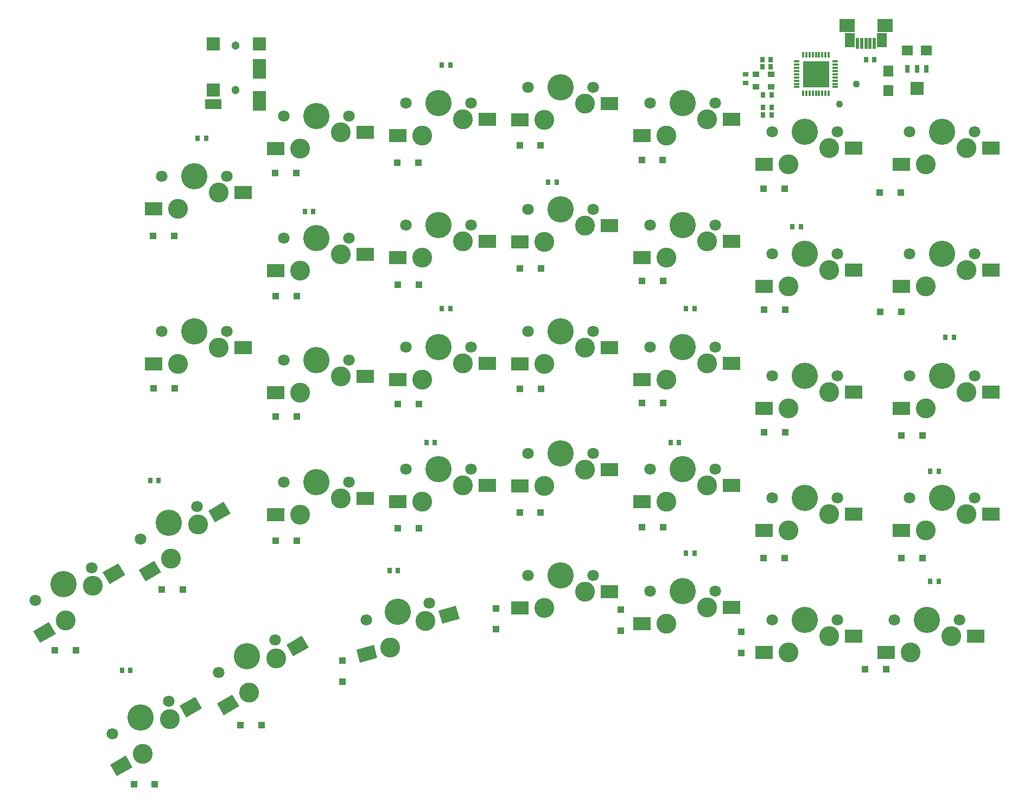
<source format=gbr>
G04 EAGLE Gerber RS-274X export*
G75*
%MOMM*%
%FSLAX34Y34*%
%LPD*%
%AMOC8*
5,1,8,0,0,1.08239X$1,22.5*%
G01*
%ADD10C,4.102000*%
%ADD11C,1.801600*%
%ADD12C,3.101600*%
%ADD13R,2.801600X2.101600*%
%ADD14R,1.117600X1.117600*%
%ADD15R,0.851600X0.401600*%
%ADD16R,0.401600X0.851600*%
%ADD17R,4.101600X4.101600*%
%ADD18R,0.551600X1.801600*%
%ADD19R,1.576600X2.201600*%
%ADD20R,2.476600X2.001600*%
%ADD21R,0.681600X1.301600*%
%ADD22R,2.101600X2.101600*%
%ADD23R,0.660400X0.863600*%
%ADD24R,1.501600X1.701600*%
%ADD25R,1.117600X0.863600*%
%ADD26R,0.863600X0.660400*%
%ADD27R,2.101600X3.101600*%
%ADD28R,2.601600X1.601600*%
%ADD29C,1.301600*%
%ADD30R,1.701600X1.501600*%
%ADD31C,1.101600*%


D10*
X-71438Y1016000D03*
D11*
X-122238Y1016000D03*
X-20638Y1016000D03*
D12*
X-33338Y990600D03*
X-96838Y965200D03*
D13*
X4813Y990600D03*
X-134988Y965200D03*
D10*
X-666750Y1085438D03*
D11*
X-717550Y1085438D03*
X-615950Y1085438D03*
D12*
X-628650Y1060038D03*
X-692150Y1034638D03*
D13*
X-590500Y1060038D03*
X-730300Y1034638D03*
D10*
X-476250Y1060625D03*
D11*
X-527050Y1060625D03*
X-425450Y1060625D03*
D12*
X-438150Y1035225D03*
X-501650Y1009825D03*
D13*
X-400000Y1035225D03*
X-539800Y1009825D03*
D10*
X-857250Y1060625D03*
D11*
X-908050Y1060625D03*
X-806450Y1060625D03*
D12*
X-819150Y1035225D03*
X-882650Y1009825D03*
D13*
X-781000Y1035225D03*
X-920800Y1009825D03*
D10*
X-1047750Y1040813D03*
D11*
X-1098550Y1040813D03*
X-996950Y1040813D03*
D12*
X-1009650Y1015413D03*
X-1073150Y990013D03*
D13*
X-971500Y1015413D03*
X-1111300Y990013D03*
D10*
X-285750Y1016000D03*
D11*
X-336550Y1016000D03*
X-234950Y1016000D03*
D12*
X-247650Y990600D03*
X-311150Y965200D03*
D13*
X-209500Y990600D03*
X-349300Y965200D03*
D10*
X-1238250Y946563D03*
D11*
X-1289050Y946563D03*
X-1187450Y946563D03*
D12*
X-1200150Y921163D03*
X-1263650Y895763D03*
D13*
X-1162000Y921163D03*
X-1301800Y895763D03*
D10*
X-71438Y825500D03*
D11*
X-122238Y825500D03*
X-20638Y825500D03*
D12*
X-33338Y800100D03*
X-96838Y774700D03*
D13*
X4813Y800100D03*
X-134988Y774700D03*
D10*
X-285750Y825500D03*
D11*
X-336550Y825500D03*
X-234950Y825500D03*
D12*
X-247650Y800100D03*
X-311150Y774700D03*
D13*
X-209500Y800100D03*
X-349300Y774700D03*
D10*
X-476250Y870125D03*
D11*
X-527050Y870125D03*
X-425450Y870125D03*
D12*
X-438150Y844725D03*
X-501650Y819325D03*
D13*
X-400000Y844725D03*
X-539800Y819325D03*
D10*
X-666750Y894938D03*
D11*
X-717550Y894938D03*
X-615950Y894938D03*
D12*
X-628650Y869538D03*
X-692150Y844138D03*
D13*
X-590500Y869538D03*
X-730300Y844138D03*
D10*
X-857250Y870125D03*
D11*
X-908050Y870125D03*
X-806450Y870125D03*
D12*
X-819150Y844725D03*
X-882650Y819325D03*
D13*
X-781000Y844725D03*
X-920800Y819325D03*
D10*
X-1047750Y850313D03*
D11*
X-1098550Y850313D03*
X-996950Y850313D03*
D12*
X-1009650Y824913D03*
X-1073150Y799513D03*
D13*
X-971500Y824913D03*
X-1111300Y799513D03*
D10*
X-1238250Y704533D03*
D11*
X-1289050Y704533D03*
X-1187450Y704533D03*
D12*
X-1200150Y679133D03*
X-1263650Y653733D03*
D13*
X-1162000Y679133D03*
X-1301800Y653733D03*
D10*
X-71438Y635000D03*
D11*
X-122238Y635000D03*
X-20638Y635000D03*
D12*
X-33338Y609600D03*
X-96838Y584200D03*
D13*
X4813Y609600D03*
X-134988Y584200D03*
D10*
X-285750Y635000D03*
D11*
X-336550Y635000D03*
X-234950Y635000D03*
D12*
X-247650Y609600D03*
X-311150Y584200D03*
D13*
X-209500Y609600D03*
X-349300Y584200D03*
D10*
X-476250Y679625D03*
D11*
X-527050Y679625D03*
X-425450Y679625D03*
D12*
X-438150Y654225D03*
X-501650Y628825D03*
D13*
X-400000Y654225D03*
X-539800Y628825D03*
D10*
X-666750Y704438D03*
D11*
X-717550Y704438D03*
X-615950Y704438D03*
D12*
X-628650Y679038D03*
X-692150Y653638D03*
D13*
X-590500Y679038D03*
X-730300Y653638D03*
D10*
X-857250Y679625D03*
D11*
X-908050Y679625D03*
X-806450Y679625D03*
D12*
X-819150Y654225D03*
X-882650Y628825D03*
D13*
X-781000Y654225D03*
X-920800Y628825D03*
D10*
X-1047750Y659813D03*
D11*
X-1098550Y659813D03*
X-996950Y659813D03*
D12*
X-1009650Y634413D03*
X-1073150Y609013D03*
D13*
X-971500Y634413D03*
X-1111300Y609013D03*
D10*
X-71438Y444500D03*
D11*
X-122238Y444500D03*
X-20638Y444500D03*
D12*
X-33338Y419100D03*
X-96838Y393700D03*
D13*
X4813Y419100D03*
X-134988Y393700D03*
D10*
X-285750Y444500D03*
D11*
X-336550Y444500D03*
X-234950Y444500D03*
D12*
X-247650Y419100D03*
X-311150Y393700D03*
D13*
X-209500Y419100D03*
X-349300Y393700D03*
D10*
X-476250Y489125D03*
D11*
X-527050Y489125D03*
X-425450Y489125D03*
D12*
X-438150Y463725D03*
X-501650Y438325D03*
D13*
X-400000Y463725D03*
X-539800Y438325D03*
D10*
X-666750Y513938D03*
D11*
X-717550Y513938D03*
X-615950Y513938D03*
D12*
X-628650Y488538D03*
X-692150Y463138D03*
D13*
X-590500Y488538D03*
X-730300Y463138D03*
D10*
X-857250Y489125D03*
D11*
X-908050Y489125D03*
X-806450Y489125D03*
D12*
X-819150Y463725D03*
X-882650Y438325D03*
D13*
X-781000Y463725D03*
X-920800Y438325D03*
D10*
X-1047750Y469313D03*
D11*
X-1098550Y469313D03*
X-996950Y469313D03*
D12*
X-1009650Y443913D03*
X-1073150Y418513D03*
D13*
X-971500Y443913D03*
X-1111300Y418513D03*
D10*
X-1277620Y406083D03*
D11*
X-1321614Y380683D03*
X-1233626Y431483D03*
D12*
X-1231924Y403135D03*
X-1274217Y349388D03*
D13*
G36*
X-1216271Y424306D02*
X-1192009Y438314D01*
X-1181501Y420114D01*
X-1205763Y406106D01*
X-1216271Y424306D01*
G37*
G36*
X-1324641Y332409D02*
X-1300379Y346417D01*
X-1289871Y328217D01*
X-1314133Y314209D01*
X-1324641Y332409D01*
G37*
D10*
X-1441958Y310325D03*
D11*
X-1485952Y284925D03*
X-1397964Y335725D03*
D12*
X-1396262Y307377D03*
X-1438555Y253630D03*
D13*
G36*
X-1380609Y328548D02*
X-1356347Y342556D01*
X-1345839Y324356D01*
X-1370101Y310348D01*
X-1380609Y328548D01*
G37*
G36*
X-1488979Y236651D02*
X-1464717Y250659D01*
X-1454209Y232459D01*
X-1478471Y218451D01*
X-1488979Y236651D01*
G37*
D10*
X-95250Y254000D03*
D11*
X-146050Y254000D03*
X-44450Y254000D03*
D12*
X-57150Y228600D03*
X-120650Y203200D03*
D13*
X-19000Y228600D03*
X-158800Y203200D03*
D10*
X-285750Y254000D03*
D11*
X-336550Y254000D03*
X-234950Y254000D03*
D12*
X-247650Y228600D03*
X-311150Y203200D03*
D13*
X-209500Y228600D03*
X-349300Y203200D03*
D10*
X-476250Y298625D03*
D11*
X-527050Y298625D03*
X-425450Y298625D03*
D12*
X-438150Y273225D03*
X-501650Y247825D03*
D13*
X-400000Y273225D03*
X-539800Y247825D03*
D10*
X-666750Y323438D03*
D11*
X-717550Y323438D03*
X-615950Y323438D03*
D12*
X-628650Y298038D03*
X-692150Y272638D03*
D13*
X-590500Y298038D03*
X-730300Y272638D03*
D10*
X-920655Y266859D03*
D11*
X-969724Y253711D03*
X-871586Y280007D03*
D12*
X-877279Y252185D03*
X-932041Y211216D03*
D13*
G36*
X-856679Y268583D02*
X-829618Y275834D01*
X-824179Y255535D01*
X-851240Y248284D01*
X-856679Y268583D01*
G37*
G36*
X-985141Y207866D02*
X-958080Y215117D01*
X-952641Y194818D01*
X-979702Y187567D01*
X-985141Y207866D01*
G37*
D10*
X-1155700Y197168D03*
D11*
X-1199694Y171768D03*
X-1111706Y222568D03*
D12*
X-1110004Y194220D03*
X-1152297Y140473D03*
D13*
G36*
X-1094351Y215391D02*
X-1070089Y229399D01*
X-1059581Y211199D01*
X-1083843Y197191D01*
X-1094351Y215391D01*
G37*
G36*
X-1202721Y123494D02*
X-1178459Y137502D01*
X-1167951Y119302D01*
X-1192213Y105294D01*
X-1202721Y123494D01*
G37*
D10*
X-1322070Y101918D03*
D11*
X-1366064Y76518D03*
X-1278076Y127318D03*
D12*
X-1276374Y98970D03*
X-1318667Y45223D03*
D13*
G36*
X-1260721Y120141D02*
X-1236459Y134149D01*
X-1225951Y115949D01*
X-1250213Y101941D01*
X-1260721Y120141D01*
G37*
G36*
X-1369091Y28244D02*
X-1344829Y42252D01*
X-1334321Y24052D01*
X-1358583Y10044D01*
X-1369091Y28244D01*
G37*
D14*
X-135334Y921174D03*
X-168254Y921174D03*
X-730284Y995207D03*
X-697364Y995207D03*
X-539771Y971778D03*
X-506851Y971778D03*
X-920872Y968029D03*
X-887952Y968029D03*
X-1112055Y951569D03*
X-1079135Y951569D03*
X-349461Y927569D03*
X-316541Y927569D03*
X-135054Y734909D03*
X-167974Y734909D03*
X-349093Y738285D03*
X-316173Y738285D03*
X-539555Y783033D03*
X-506635Y783033D03*
X-730106Y803036D03*
X-697186Y803036D03*
X-920720Y777513D03*
X-887800Y777513D03*
X-1111157Y759228D03*
X-1078237Y759228D03*
X-1302460Y853250D03*
X-1269540Y853250D03*
X-134996Y541699D03*
X-102076Y541699D03*
X-349131Y547073D03*
X-316211Y547073D03*
X-539568Y593087D03*
X-506648Y593087D03*
X-730195Y614965D03*
X-697275Y614965D03*
X-920593Y590909D03*
X-887673Y590909D03*
X-1111118Y571433D03*
X-1078198Y571433D03*
X-1301598Y615874D03*
X-1268678Y615874D03*
X-134852Y350289D03*
X-101932Y350289D03*
X-349372Y351016D03*
X-316452Y351016D03*
X-539530Y398694D03*
X-506610Y398694D03*
X-730284Y421545D03*
X-697364Y421545D03*
X-920542Y397149D03*
X-887622Y397149D03*
X-1111228Y378138D03*
X-1078308Y378138D03*
X-1288410Y301158D03*
X-1255490Y301158D03*
X-1455485Y206582D03*
X-1422565Y206582D03*
X-158242Y176719D03*
X-191162Y176719D03*
X-384421Y202844D03*
X-384421Y235764D03*
X-572428Y269809D03*
X-572428Y236889D03*
X-767381Y272271D03*
X-767381Y239351D03*
X-1006471Y190548D03*
X-1006471Y157628D03*
X-1165913Y89702D03*
X-1132993Y89702D03*
X-1332248Y-2399D03*
X-1299328Y-2399D03*
D15*
X-298000Y1086000D03*
X-298000Y1091000D03*
X-298000Y1096000D03*
X-298000Y1101000D03*
X-298000Y1106000D03*
X-298000Y1111000D03*
X-298000Y1116000D03*
X-298000Y1121000D03*
X-298000Y1126000D03*
D16*
X-288000Y1136000D03*
X-283000Y1136000D03*
X-278000Y1136000D03*
X-273000Y1136000D03*
X-268000Y1136000D03*
X-263000Y1136000D03*
X-258000Y1136000D03*
X-253000Y1136000D03*
X-248000Y1136000D03*
D15*
X-238000Y1126000D03*
X-238000Y1121000D03*
X-238000Y1116000D03*
X-238000Y1111000D03*
X-238000Y1106000D03*
X-238000Y1101000D03*
X-238000Y1096000D03*
X-238000Y1091000D03*
X-238000Y1086000D03*
D16*
X-248000Y1076000D03*
X-253000Y1076000D03*
X-258000Y1076000D03*
X-263000Y1076000D03*
X-268000Y1076000D03*
X-273000Y1076000D03*
X-278000Y1076000D03*
X-283000Y1076000D03*
X-288000Y1076000D03*
D17*
X-268000Y1106000D03*
D18*
X-190000Y1154000D03*
X-196500Y1154000D03*
X-183500Y1154000D03*
X-177000Y1154000D03*
X-203000Y1154000D03*
D19*
X-215000Y1159000D03*
X-165000Y1159000D03*
D20*
X-219500Y1182000D03*
X-160500Y1182000D03*
D21*
X-125500Y1114500D03*
X-110500Y1114500D03*
X-95500Y1114500D03*
D22*
X-110500Y1083500D03*
D23*
X-190000Y1129000D03*
X-177000Y1129000D03*
D24*
X-154850Y1110800D03*
X-154850Y1080800D03*
D23*
X-838500Y1120000D03*
X-851500Y1120000D03*
X-1219500Y1006000D03*
X-1232500Y1006000D03*
X-304500Y868000D03*
X-291500Y868000D03*
X-685500Y937000D03*
X-672500Y937000D03*
X-1065500Y892000D03*
X-1052500Y892000D03*
X-53000Y695000D03*
X-66000Y695000D03*
X-457500Y740000D03*
X-470500Y740000D03*
X-838500Y740000D03*
X-851500Y740000D03*
X-89500Y486000D03*
X-76500Y486000D03*
X-494500Y531000D03*
X-481500Y531000D03*
D25*
X-361800Y1105475D03*
X-337788Y1105475D03*
X-337788Y1086525D03*
X-361800Y1086525D03*
D23*
X-337500Y1074000D03*
X-350500Y1074000D03*
D26*
X-378000Y1105500D03*
X-378000Y1092500D03*
D22*
X-1136700Y1153400D03*
D27*
X-1136700Y1114400D03*
X-1136700Y1064400D03*
D22*
X-1208700Y1153400D03*
X-1208700Y1081400D03*
D28*
X-1208700Y1059400D03*
D29*
X-1174000Y1081000D03*
X-1174000Y1151000D03*
D30*
X-95500Y1143250D03*
X-125500Y1143250D03*
D23*
X-350500Y1042000D03*
X-337500Y1042000D03*
X-350500Y1054000D03*
X-337500Y1054000D03*
X-875500Y531000D03*
X-862500Y531000D03*
X-1293500Y471500D03*
X-1306500Y471500D03*
X-76500Y314000D03*
X-89500Y314000D03*
X-457500Y358000D03*
X-470500Y358000D03*
X-920500Y331500D03*
X-933500Y331500D03*
X-1337500Y175000D03*
X-1350500Y175000D03*
X-338500Y1129000D03*
X-351500Y1129000D03*
D31*
X-231000Y1059500D03*
X-205000Y1090500D03*
D23*
X-338500Y1117500D03*
X-351500Y1117500D03*
M02*

</source>
